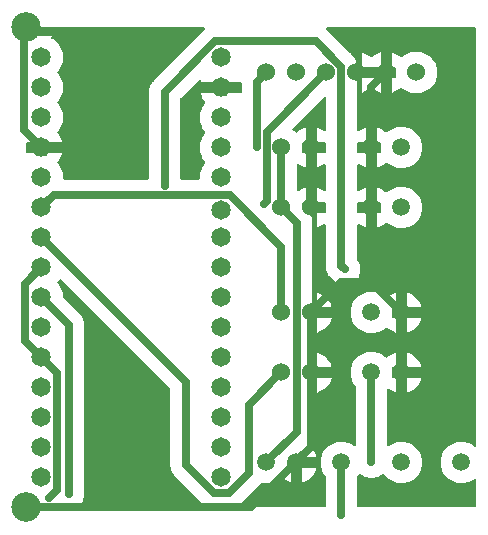
<source format=gtl>
G04 Layer: TopLayer*
G04 EasyEDA v6.5.23, 2023-09-08 23:17:12*
G04 de93c458165947d6a0ce1764d10cece9,10*
G04 Gerber Generator version 0.2*
G04 Scale: 100 percent, Rotated: No, Reflected: No *
G04 Dimensions in millimeters *
G04 leading zeros omitted , absolute positions ,4 integer and 5 decimal *
%FSLAX45Y45*%
%MOMM*%

%ADD10C,0.6350*%
%ADD11C,1.6510*%
%ADD12C,1.5000*%
%ADD13C,1.5240*%
%ADD14C,2.5000*%
%ADD15C,0.6100*%
%ADD16C,0.0192*%

%LPD*%
G36*
X446836Y-1414475D02*
G01*
X442823Y-1413662D01*
X439470Y-1411325D01*
X437337Y-1407820D01*
X436727Y-1403807D01*
X437032Y-1397000D01*
X436118Y-1378458D01*
X433324Y-1360170D01*
X428650Y-1342186D01*
X422198Y-1324813D01*
X414070Y-1308150D01*
X404215Y-1292453D01*
X392887Y-1277772D01*
X390093Y-1273759D01*
X389382Y-1270000D01*
X390093Y-1266240D01*
X392887Y-1262227D01*
X404215Y-1247546D01*
X414070Y-1231849D01*
X422198Y-1215186D01*
X428650Y-1197813D01*
X430530Y-1190599D01*
X301650Y-1190599D01*
X301650Y-1207719D01*
X300634Y-1212037D01*
X297891Y-1215593D01*
X293878Y-1217574D01*
X289407Y-1217625D01*
X281736Y-1216050D01*
X263296Y-1214170D01*
X244754Y-1214170D01*
X226263Y-1216050D01*
X218592Y-1217625D01*
X214121Y-1217574D01*
X210108Y-1215593D01*
X207365Y-1212037D01*
X206400Y-1207719D01*
X206400Y-1190599D01*
X137160Y-1190599D01*
X133248Y-1189837D01*
X129997Y-1187653D01*
X127762Y-1184351D01*
X127000Y-1180439D01*
X127000Y-1105509D01*
X127762Y-1101648D01*
X129997Y-1098346D01*
X133248Y-1096162D01*
X137160Y-1095349D01*
X206400Y-1095349D01*
X206400Y-1078280D01*
X207365Y-1073962D01*
X210108Y-1070406D01*
X214121Y-1068425D01*
X218592Y-1068324D01*
X226263Y-1069949D01*
X244754Y-1071829D01*
X263296Y-1071829D01*
X281736Y-1069949D01*
X289407Y-1068324D01*
X293878Y-1068425D01*
X297891Y-1070406D01*
X300634Y-1073962D01*
X301650Y-1078280D01*
X301650Y-1095349D01*
X430530Y-1095349D01*
X428650Y-1088186D01*
X422198Y-1070813D01*
X414070Y-1054150D01*
X404215Y-1038453D01*
X392887Y-1023772D01*
X390093Y-1019759D01*
X389382Y-1016000D01*
X390093Y-1012240D01*
X392887Y-1008227D01*
X404215Y-993546D01*
X414070Y-977849D01*
X422198Y-961186D01*
X428650Y-943813D01*
X433324Y-925830D01*
X436118Y-907491D01*
X437032Y-889000D01*
X436118Y-870458D01*
X433324Y-852169D01*
X428650Y-834186D01*
X422198Y-816813D01*
X414070Y-800150D01*
X404215Y-784453D01*
X392887Y-769772D01*
X390093Y-765759D01*
X389382Y-762000D01*
X390093Y-758240D01*
X392887Y-754227D01*
X404215Y-739546D01*
X414070Y-723849D01*
X422198Y-707186D01*
X428650Y-689813D01*
X433324Y-671830D01*
X436118Y-653491D01*
X437032Y-635000D01*
X436118Y-616458D01*
X433324Y-598170D01*
X428650Y-580186D01*
X422198Y-562813D01*
X414070Y-546150D01*
X404215Y-530453D01*
X392887Y-515772D01*
X390093Y-511759D01*
X389382Y-508000D01*
X390093Y-504240D01*
X392887Y-500227D01*
X404215Y-485546D01*
X414070Y-469849D01*
X422198Y-453186D01*
X428650Y-435813D01*
X433324Y-417830D01*
X436118Y-399491D01*
X437032Y-381000D01*
X436118Y-362458D01*
X433324Y-344170D01*
X428650Y-326186D01*
X422198Y-308813D01*
X414070Y-292150D01*
X404215Y-276453D01*
X392887Y-261772D01*
X380136Y-248310D01*
X366064Y-236270D01*
X350824Y-225653D01*
X341934Y-220725D01*
X339191Y-218490D01*
X337362Y-215493D01*
X336702Y-212090D01*
X337210Y-208584D01*
X341477Y-195834D01*
X195834Y-195834D01*
X195834Y-200304D01*
X195072Y-204165D01*
X192938Y-207467D01*
X189687Y-209651D01*
X173380Y-216662D01*
X157175Y-225653D01*
X142951Y-235559D01*
X138887Y-237236D01*
X134518Y-237032D01*
X130606Y-235000D01*
X127965Y-231495D01*
X127000Y-227228D01*
X127000Y-137160D01*
X127762Y-133248D01*
X129997Y-129997D01*
X133248Y-127762D01*
X137160Y-127000D01*
X1632407Y-127000D01*
X1636369Y-127812D01*
X1639671Y-130098D01*
X1641856Y-133502D01*
X1642567Y-137464D01*
X1641652Y-141376D01*
X1639265Y-144627D01*
X1631188Y-152044D01*
X1203909Y-579323D01*
X1195882Y-588111D01*
X1193647Y-590854D01*
X1186688Y-600456D01*
X1184808Y-603453D01*
X1179017Y-613765D01*
X1177493Y-616966D01*
X1172972Y-627888D01*
X1171803Y-631240D01*
X1168552Y-642620D01*
X1167790Y-646125D01*
X1165910Y-657809D01*
X1165555Y-661314D01*
X1165047Y-673201D01*
X1165047Y-1404315D01*
X1164234Y-1408226D01*
X1162050Y-1411478D01*
X1158748Y-1413713D01*
X1154887Y-1414475D01*
G37*

%LPD*%
G36*
X1439722Y-1414475D02*
G01*
X1435811Y-1413713D01*
X1432509Y-1411478D01*
X1430324Y-1408226D01*
X1429562Y-1404315D01*
X1429562Y-731977D01*
X1430324Y-728116D01*
X1432509Y-724814D01*
X1586128Y-571195D01*
X1589836Y-568807D01*
X1594205Y-568248D01*
X1598371Y-569518D01*
X1601622Y-572465D01*
X1603349Y-576529D01*
X1603146Y-580898D01*
X1601520Y-587349D01*
X1730400Y-587349D01*
X1730400Y-570280D01*
X1731365Y-565962D01*
X1734108Y-562406D01*
X1738122Y-560425D01*
X1742592Y-560324D01*
X1750263Y-561949D01*
X1768754Y-563829D01*
X1787296Y-563829D01*
X1805736Y-561949D01*
X1813407Y-560324D01*
X1817878Y-560425D01*
X1821891Y-562406D01*
X1824634Y-565962D01*
X1825650Y-570280D01*
X1825650Y-587349D01*
X1939747Y-587349D01*
X1943607Y-588162D01*
X1946910Y-590346D01*
X1949094Y-593648D01*
X1949907Y-597509D01*
X1949907Y-672439D01*
X1949094Y-676351D01*
X1946910Y-679653D01*
X1943607Y-681837D01*
X1939747Y-682599D01*
X1825650Y-682599D01*
X1825650Y-699719D01*
X1824634Y-704037D01*
X1821891Y-707593D01*
X1817878Y-709574D01*
X1813407Y-709625D01*
X1805736Y-708050D01*
X1787296Y-706170D01*
X1768754Y-706170D01*
X1750263Y-708050D01*
X1742592Y-709625D01*
X1738122Y-709574D01*
X1734108Y-707593D01*
X1731365Y-704037D01*
X1730400Y-699719D01*
X1730400Y-682599D01*
X1601520Y-682599D01*
X1603349Y-689813D01*
X1609801Y-707186D01*
X1617980Y-723849D01*
X1627784Y-739546D01*
X1639112Y-754227D01*
X1641906Y-758240D01*
X1642668Y-762000D01*
X1641906Y-765759D01*
X1639112Y-769772D01*
X1627784Y-784453D01*
X1617980Y-800150D01*
X1609801Y-816813D01*
X1603349Y-834186D01*
X1598726Y-852169D01*
X1595882Y-870458D01*
X1594967Y-889000D01*
X1595882Y-907491D01*
X1598726Y-925830D01*
X1603349Y-943813D01*
X1609801Y-961186D01*
X1617980Y-977849D01*
X1627784Y-993546D01*
X1639112Y-1008227D01*
X1641906Y-1012240D01*
X1642668Y-1016000D01*
X1641906Y-1019759D01*
X1639112Y-1023772D01*
X1627784Y-1038453D01*
X1617980Y-1054150D01*
X1609801Y-1070813D01*
X1603349Y-1088186D01*
X1598726Y-1106170D01*
X1595882Y-1124458D01*
X1594967Y-1143000D01*
X1595882Y-1161491D01*
X1598726Y-1179830D01*
X1603349Y-1197813D01*
X1609801Y-1215186D01*
X1617980Y-1231849D01*
X1627784Y-1247546D01*
X1639112Y-1262227D01*
X1641906Y-1266240D01*
X1642668Y-1270000D01*
X1641906Y-1273759D01*
X1639112Y-1277772D01*
X1627784Y-1292453D01*
X1617980Y-1308150D01*
X1609801Y-1324813D01*
X1603349Y-1342186D01*
X1598726Y-1360170D01*
X1595882Y-1378458D01*
X1594967Y-1397000D01*
X1595323Y-1403807D01*
X1594662Y-1407820D01*
X1592529Y-1411325D01*
X1589176Y-1413662D01*
X1585163Y-1414475D01*
G37*

%LPD*%
G36*
X1931720Y-4191000D02*
G01*
X1927656Y-4190136D01*
X1924253Y-4187748D01*
X1922119Y-4184192D01*
X1921560Y-4180078D01*
X1922729Y-4176115D01*
X1925370Y-4172915D01*
X1928825Y-4170121D01*
X1937613Y-4162094D01*
X2106472Y-3993184D01*
X2114194Y-3984802D01*
X2116886Y-3982720D01*
X2120087Y-3981653D01*
X2123490Y-3981653D01*
X2136495Y-3984040D01*
X2154478Y-3985412D01*
X2172563Y-3984955D01*
X2190445Y-3982669D01*
X2208072Y-3978503D01*
X2225141Y-3972560D01*
X2241499Y-3964889D01*
X2256993Y-3955592D01*
X2271420Y-3944772D01*
X2278989Y-3937762D01*
X2282291Y-3935729D01*
X2286152Y-3935069D01*
X2289962Y-3935933D01*
X2293823Y-3938778D01*
X2307691Y-3950360D01*
X2322677Y-3960469D01*
X2338628Y-3968953D01*
X2355342Y-3975760D01*
X2369159Y-3979773D01*
X2369159Y-3853840D01*
X2341372Y-3853840D01*
X2337003Y-3852875D01*
X2333498Y-3850081D01*
X2331516Y-3846068D01*
X2331466Y-3841597D01*
X2332431Y-3837025D01*
X2333599Y-3825697D01*
X2334514Y-3822344D01*
X2336495Y-3819550D01*
X2439517Y-3716528D01*
X2442819Y-3714343D01*
X2446680Y-3713581D01*
X2450592Y-3714343D01*
X2453894Y-3716528D01*
X2456078Y-3719829D01*
X2456840Y-3723741D01*
X2456840Y-3766159D01*
X2582875Y-3766159D01*
X2577236Y-3748074D01*
X2569972Y-3731514D01*
X2561082Y-3715816D01*
X2550617Y-3701084D01*
X2538679Y-3687521D01*
X2525420Y-3675227D01*
X2510993Y-3664407D01*
X2507284Y-3661410D01*
X2505608Y-3658158D01*
X2505151Y-3654551D01*
X2506014Y-3650945D01*
X2508097Y-3647948D01*
X2518054Y-3637229D01*
X2520289Y-3634486D01*
X2527249Y-3624884D01*
X2529128Y-3621887D01*
X2534920Y-3611575D01*
X2536444Y-3608374D01*
X2541016Y-3597452D01*
X2545384Y-3582720D01*
X2546146Y-3579215D01*
X2548026Y-3567531D01*
X2548382Y-3564026D01*
X2548940Y-3552139D01*
X2548940Y-1781860D01*
X2548382Y-1769973D01*
X2548026Y-1766468D01*
X2546146Y-1754784D01*
X2545384Y-1751279D01*
X2541016Y-1736547D01*
X2536444Y-1725625D01*
X2534920Y-1722424D01*
X2529128Y-1712112D01*
X2527249Y-1709115D01*
X2520289Y-1699514D01*
X2518054Y-1696770D01*
X2510028Y-1687982D01*
X2464917Y-1642872D01*
X2462784Y-1639773D01*
X2461920Y-1636166D01*
X2461768Y-1632813D01*
X2459482Y-1618284D01*
X2459736Y-1613916D01*
X2461818Y-1610106D01*
X2465273Y-1607464D01*
X2469540Y-1606550D01*
X2495550Y-1606550D01*
X2495550Y-1480159D01*
X2490622Y-1481328D01*
X2473452Y-1487322D01*
X2456942Y-1495044D01*
X2441346Y-1504391D01*
X2434539Y-1509522D01*
X2430475Y-1511350D01*
X2426004Y-1511249D01*
X2421991Y-1509268D01*
X2419248Y-1505762D01*
X2418283Y-1501394D01*
X2418283Y-1292606D01*
X2419248Y-1288237D01*
X2421991Y-1284732D01*
X2426004Y-1282750D01*
X2430475Y-1282649D01*
X2434539Y-1284478D01*
X2441346Y-1289608D01*
X2456942Y-1298956D01*
X2473452Y-1306677D01*
X2490622Y-1312672D01*
X2495550Y-1313789D01*
X2495550Y-1187450D01*
X2469540Y-1187450D01*
X2465273Y-1186535D01*
X2461818Y-1183894D01*
X2459736Y-1180084D01*
X2459482Y-1175715D01*
X2461768Y-1161186D01*
X2462682Y-1143000D01*
X2461768Y-1124813D01*
X2459482Y-1110284D01*
X2459736Y-1105916D01*
X2461818Y-1102106D01*
X2465273Y-1099464D01*
X2469540Y-1098550D01*
X2495550Y-1098550D01*
X2495550Y-972159D01*
X2490622Y-973328D01*
X2473452Y-979322D01*
X2456942Y-987044D01*
X2441346Y-996391D01*
X2426817Y-1007313D01*
X2420061Y-1013561D01*
X2417013Y-1015492D01*
X2413406Y-1016253D01*
X2409799Y-1015695D01*
X2406650Y-1013866D01*
X2392070Y-1001674D01*
X2383332Y-995832D01*
X2380284Y-992581D01*
X2378913Y-988364D01*
X2379472Y-983945D01*
X2381859Y-980186D01*
X2645257Y-716788D01*
X2648559Y-714603D01*
X2652420Y-713841D01*
X2656332Y-714603D01*
X2659634Y-716788D01*
X2661818Y-720090D01*
X2662580Y-724001D01*
X2662580Y-993749D01*
X2661666Y-998016D01*
X2659024Y-1001471D01*
X2655163Y-1003553D01*
X2650794Y-1003808D01*
X2646730Y-1002182D01*
X2630932Y-991514D01*
X2614879Y-982980D01*
X2598064Y-976121D01*
X2584450Y-972159D01*
X2584450Y-1098550D01*
X2652420Y-1098550D01*
X2656332Y-1099312D01*
X2659634Y-1101547D01*
X2661818Y-1104798D01*
X2662580Y-1108710D01*
X2662580Y-1177290D01*
X2661818Y-1181150D01*
X2659634Y-1184452D01*
X2656332Y-1186688D01*
X2652420Y-1187450D01*
X2584450Y-1187450D01*
X2584450Y-1313840D01*
X2598064Y-1309878D01*
X2614879Y-1303020D01*
X2630932Y-1294485D01*
X2646730Y-1283817D01*
X2650794Y-1282192D01*
X2655163Y-1282446D01*
X2659024Y-1284478D01*
X2661666Y-1287983D01*
X2662580Y-1292250D01*
X2662580Y-1501749D01*
X2661666Y-1506016D01*
X2659024Y-1509471D01*
X2655163Y-1511554D01*
X2650794Y-1511808D01*
X2646730Y-1510182D01*
X2630932Y-1499514D01*
X2614879Y-1490980D01*
X2598064Y-1484122D01*
X2584450Y-1480159D01*
X2584450Y-1606550D01*
X2652420Y-1606550D01*
X2656332Y-1607312D01*
X2659634Y-1609547D01*
X2661818Y-1612798D01*
X2662580Y-1616710D01*
X2662580Y-1685289D01*
X2661818Y-1689150D01*
X2659634Y-1692452D01*
X2656332Y-1694688D01*
X2652420Y-1695450D01*
X2584450Y-1695450D01*
X2584450Y-1821840D01*
X2598064Y-1817878D01*
X2614879Y-1811020D01*
X2630932Y-1802485D01*
X2646730Y-1791817D01*
X2650794Y-1790192D01*
X2655163Y-1790446D01*
X2659024Y-1792478D01*
X2661666Y-1795983D01*
X2662580Y-1800250D01*
X2662580Y-2146249D01*
X2663088Y-2158136D01*
X2663444Y-2161692D01*
X2665374Y-2173376D01*
X2666136Y-2176830D01*
X2669336Y-2188210D01*
X2670505Y-2191562D01*
X2675026Y-2202484D01*
X2676601Y-2205685D01*
X2682341Y-2216048D01*
X2684272Y-2219045D01*
X2691180Y-2228646D01*
X2693416Y-2231390D01*
X2701493Y-2240178D01*
X2728925Y-2267610D01*
X2740660Y-2278024D01*
X2753258Y-2286863D01*
X2766771Y-2294128D01*
X2781046Y-2299817D01*
X2795930Y-2303780D01*
X2811119Y-2306015D01*
X2826512Y-2306472D01*
X2841802Y-2305151D01*
X2856890Y-2302002D01*
X2871470Y-2297176D01*
X2885440Y-2290673D01*
X2898495Y-2282596D01*
X2910586Y-2273096D01*
X2921457Y-2262225D01*
X2930956Y-2250135D01*
X2939034Y-2237028D01*
X2945536Y-2223109D01*
X2950413Y-2208530D01*
X2953512Y-2193442D01*
X2954832Y-2178151D01*
X2954375Y-2162759D01*
X2952140Y-2147570D01*
X2948178Y-2132685D01*
X2942488Y-2118410D01*
X2935224Y-2104847D01*
X2928924Y-2095906D01*
X2927553Y-2093163D01*
X2927096Y-2090064D01*
X2927096Y-1799996D01*
X2928061Y-1795729D01*
X2930652Y-1792224D01*
X2934512Y-1790192D01*
X2938881Y-1789938D01*
X2942945Y-1791563D01*
X2957677Y-1801469D01*
X2973628Y-1809953D01*
X2990342Y-1816760D01*
X3004159Y-1820773D01*
X3004159Y-1694840D01*
X2937256Y-1694840D01*
X2933395Y-1694078D01*
X2930093Y-1691893D01*
X2927858Y-1688592D01*
X2927096Y-1684680D01*
X2927096Y-1617319D01*
X2927858Y-1613408D01*
X2930093Y-1610106D01*
X2933395Y-1607921D01*
X2937256Y-1607159D01*
X3004159Y-1607159D01*
X3004159Y-1481226D01*
X2990342Y-1485239D01*
X2973628Y-1492046D01*
X2957677Y-1500530D01*
X2942945Y-1510436D01*
X2938881Y-1512062D01*
X2934512Y-1511808D01*
X2930652Y-1509776D01*
X2928061Y-1506270D01*
X2927096Y-1502003D01*
X2927096Y-1291996D01*
X2928061Y-1287729D01*
X2930652Y-1284224D01*
X2934512Y-1282192D01*
X2938881Y-1281938D01*
X2942945Y-1283563D01*
X2957677Y-1293469D01*
X2973628Y-1301953D01*
X2990342Y-1308760D01*
X3004159Y-1312773D01*
X3004159Y-1186840D01*
X2937256Y-1186840D01*
X2933395Y-1186078D01*
X2930093Y-1183894D01*
X2927858Y-1180592D01*
X2927096Y-1176680D01*
X2927096Y-1109319D01*
X2927858Y-1105408D01*
X2930093Y-1102106D01*
X2933395Y-1099921D01*
X2937256Y-1099159D01*
X3004159Y-1099159D01*
X3004159Y-973226D01*
X2990342Y-977239D01*
X2973628Y-984046D01*
X2957677Y-992530D01*
X2942945Y-1002436D01*
X2938881Y-1004062D01*
X2934512Y-1003808D01*
X2930652Y-1001776D01*
X2928061Y-998270D01*
X2927096Y-994003D01*
X2927096Y-461365D01*
X2926588Y-449478D01*
X2926232Y-445922D01*
X2924352Y-434238D01*
X2923590Y-430784D01*
X2920339Y-419404D01*
X2919171Y-416051D01*
X2914650Y-405130D01*
X2913075Y-401929D01*
X2907334Y-391566D01*
X2905404Y-388569D01*
X2898495Y-378968D01*
X2896260Y-376224D01*
X2888183Y-367436D01*
X2879547Y-358800D01*
X2877312Y-355498D01*
X2876550Y-351586D01*
X2876550Y-337159D01*
X2871622Y-338328D01*
X2868320Y-339496D01*
X2864612Y-340055D01*
X2860954Y-339191D01*
X2857804Y-337058D01*
X2672791Y-152044D01*
X2664714Y-144627D01*
X2662326Y-141376D01*
X2661412Y-137464D01*
X2662123Y-133502D01*
X2664307Y-130098D01*
X2667609Y-127812D01*
X2671572Y-127000D01*
X3926840Y-127000D01*
X3930700Y-127762D01*
X3934002Y-129997D01*
X3936237Y-133248D01*
X3937000Y-137160D01*
X3937000Y-3665829D01*
X3936034Y-3670198D01*
X3933240Y-3673703D01*
X3929278Y-3675684D01*
X3924808Y-3675786D01*
X3920744Y-3673957D01*
X3907942Y-3664407D01*
X3892499Y-3655110D01*
X3876090Y-3647440D01*
X3859022Y-3641496D01*
X3841445Y-3637330D01*
X3823563Y-3635044D01*
X3805478Y-3634536D01*
X3787444Y-3635959D01*
X3769664Y-3639210D01*
X3752342Y-3644239D01*
X3735578Y-3651046D01*
X3719677Y-3659530D01*
X3704640Y-3669639D01*
X3690772Y-3681222D01*
X3678174Y-3694125D01*
X3666947Y-3708298D01*
X3657244Y-3723538D01*
X3649167Y-3739692D01*
X3642817Y-3756609D01*
X3638194Y-3774084D01*
X3635451Y-3791965D01*
X3634486Y-3810000D01*
X3635451Y-3828034D01*
X3638194Y-3845915D01*
X3642817Y-3863340D01*
X3649167Y-3880256D01*
X3657244Y-3896410D01*
X3666947Y-3911701D01*
X3678174Y-3925824D01*
X3690772Y-3938778D01*
X3704640Y-3950360D01*
X3719677Y-3960469D01*
X3735578Y-3968953D01*
X3752342Y-3975760D01*
X3769664Y-3980789D01*
X3787444Y-3984040D01*
X3805478Y-3985412D01*
X3823563Y-3984955D01*
X3841445Y-3982618D01*
X3859022Y-3978503D01*
X3876090Y-3972560D01*
X3892499Y-3964889D01*
X3907942Y-3955592D01*
X3920744Y-3945991D01*
X3924808Y-3944162D01*
X3929278Y-3944264D01*
X3933240Y-3946296D01*
X3936034Y-3949801D01*
X3937000Y-3954119D01*
X3937000Y-4180840D01*
X3936237Y-4184700D01*
X3934002Y-4188002D01*
X3930700Y-4190237D01*
X3926840Y-4191000D01*
X2936443Y-4191000D01*
X2932531Y-4190237D01*
X2929229Y-4188002D01*
X2927045Y-4184700D01*
X2926283Y-4180840D01*
X2926283Y-3928821D01*
X2926892Y-3925214D01*
X2928772Y-3922115D01*
X2931617Y-3918915D01*
X2940608Y-3906265D01*
X2943910Y-3903268D01*
X2948178Y-3901998D01*
X2952597Y-3902659D01*
X2956306Y-3905148D01*
X2957271Y-3906164D01*
X2969056Y-3916070D01*
X2981909Y-3924503D01*
X2995625Y-3931412D01*
X3010103Y-3936695D01*
X3025038Y-3940251D01*
X3040329Y-3942029D01*
X3055670Y-3942029D01*
X3070961Y-3940251D01*
X3085947Y-3936695D01*
X3100374Y-3931412D01*
X3114141Y-3924503D01*
X3126994Y-3916070D01*
X3142742Y-3902913D01*
X3146298Y-3901948D01*
X3149955Y-3902303D01*
X3153257Y-3903929D01*
X3155746Y-3906621D01*
X3158947Y-3911701D01*
X3170174Y-3925824D01*
X3182772Y-3938778D01*
X3196640Y-3950360D01*
X3211677Y-3960469D01*
X3227578Y-3968953D01*
X3244342Y-3975760D01*
X3261664Y-3980789D01*
X3279444Y-3984040D01*
X3297478Y-3985412D01*
X3315563Y-3984955D01*
X3333445Y-3982618D01*
X3351022Y-3978503D01*
X3368090Y-3972560D01*
X3384499Y-3964889D01*
X3399942Y-3955592D01*
X3414420Y-3944772D01*
X3427679Y-3932478D01*
X3439617Y-3918915D01*
X3450082Y-3904183D01*
X3458972Y-3888435D01*
X3466185Y-3871874D01*
X3471722Y-3854704D01*
X3475380Y-3836974D01*
X3477260Y-3819042D01*
X3477260Y-3800957D01*
X3475380Y-3782974D01*
X3471722Y-3765296D01*
X3466185Y-3748074D01*
X3458972Y-3731514D01*
X3450082Y-3715816D01*
X3439617Y-3701084D01*
X3427679Y-3687521D01*
X3414420Y-3675227D01*
X3399942Y-3664407D01*
X3384499Y-3655110D01*
X3368090Y-3647440D01*
X3351022Y-3641496D01*
X3333445Y-3637330D01*
X3315563Y-3635044D01*
X3297478Y-3634536D01*
X3279444Y-3635959D01*
X3261664Y-3639210D01*
X3244342Y-3644239D01*
X3227578Y-3651046D01*
X3211677Y-3659530D01*
X3196082Y-3670046D01*
X3192068Y-3671620D01*
X3187700Y-3671366D01*
X3183839Y-3669334D01*
X3181197Y-3665880D01*
X3180283Y-3661613D01*
X3180283Y-3196386D01*
X3181197Y-3192119D01*
X3183839Y-3188665D01*
X3187700Y-3186582D01*
X3192068Y-3186379D01*
X3196082Y-3187954D01*
X3211677Y-3198469D01*
X3227578Y-3206953D01*
X3244342Y-3213760D01*
X3258159Y-3217773D01*
X3258159Y-3091840D01*
X3230372Y-3091840D01*
X3226003Y-3090875D01*
X3222498Y-3088081D01*
X3220516Y-3084068D01*
X3220466Y-3079597D01*
X3221380Y-3075025D01*
X3223260Y-3057042D01*
X3223260Y-3038957D01*
X3221380Y-3020974D01*
X3220466Y-3016402D01*
X3220516Y-3011932D01*
X3222498Y-3007918D01*
X3226003Y-3005124D01*
X3230372Y-3004159D01*
X3258159Y-3004159D01*
X3258159Y-2878226D01*
X3244342Y-2882239D01*
X3227578Y-2889046D01*
X3211677Y-2897530D01*
X3196640Y-2907639D01*
X3182772Y-2919222D01*
X3178962Y-2922066D01*
X3175152Y-2922930D01*
X3171291Y-2922270D01*
X3167989Y-2920238D01*
X3160420Y-2913227D01*
X3145993Y-2902407D01*
X3130499Y-2893110D01*
X3114090Y-2885440D01*
X3097072Y-2879496D01*
X3079445Y-2875330D01*
X3061563Y-2873044D01*
X3043478Y-2872536D01*
X3025444Y-2873959D01*
X3007715Y-2877210D01*
X2990342Y-2882239D01*
X2973628Y-2889046D01*
X2957677Y-2897530D01*
X2942640Y-2907639D01*
X2928772Y-2919222D01*
X2916174Y-2932125D01*
X2904947Y-2946298D01*
X2895295Y-2961538D01*
X2887167Y-2977692D01*
X2880817Y-2994609D01*
X2876194Y-3012084D01*
X2873451Y-3029966D01*
X2872486Y-3048000D01*
X2873451Y-3066034D01*
X2876194Y-3083915D01*
X2880817Y-3101390D01*
X2887167Y-3118256D01*
X2895295Y-3134410D01*
X2904947Y-3149701D01*
X2913532Y-3160522D01*
X2915158Y-3163519D01*
X2915767Y-3166821D01*
X2915767Y-3661918D01*
X2914751Y-3666236D01*
X2912008Y-3669792D01*
X2908046Y-3671773D01*
X2903575Y-3671874D01*
X2899511Y-3670046D01*
X2891993Y-3664407D01*
X2876499Y-3655110D01*
X2860090Y-3647440D01*
X2843072Y-3641496D01*
X2825445Y-3637330D01*
X2807563Y-3635044D01*
X2789478Y-3634536D01*
X2771444Y-3635959D01*
X2753715Y-3639210D01*
X2736342Y-3644239D01*
X2719628Y-3651046D01*
X2703677Y-3659530D01*
X2688640Y-3669639D01*
X2674772Y-3681222D01*
X2662174Y-3694125D01*
X2650947Y-3708298D01*
X2641295Y-3723538D01*
X2633167Y-3739692D01*
X2626817Y-3756609D01*
X2622194Y-3774084D01*
X2619451Y-3791965D01*
X2618486Y-3810000D01*
X2619451Y-3828034D01*
X2622194Y-3845915D01*
X2626817Y-3863340D01*
X2633167Y-3880256D01*
X2641295Y-3896410D01*
X2650947Y-3911701D01*
X2659532Y-3922522D01*
X2661158Y-3925519D01*
X2661767Y-3928821D01*
X2661767Y-4180840D01*
X2660954Y-4184700D01*
X2658770Y-4188002D01*
X2655468Y-4190237D01*
X2651607Y-4191000D01*
G37*

%LPC*%
G36*
X2584450Y-3218840D02*
G01*
X2598064Y-3214878D01*
X2614879Y-3208020D01*
X2630982Y-3199485D01*
X2646070Y-3189325D01*
X2660040Y-3177692D01*
X2672740Y-3164636D01*
X2684018Y-3150362D01*
X2693771Y-3135020D01*
X2701899Y-3118764D01*
X2708300Y-3101746D01*
X2710789Y-3092450D01*
X2584450Y-3092450D01*
G37*
G36*
X3345840Y-3217722D02*
G01*
X3351022Y-3216503D01*
X3368090Y-3210560D01*
X3384499Y-3202889D01*
X3399942Y-3193592D01*
X3414420Y-3182772D01*
X3427679Y-3170478D01*
X3439617Y-3156915D01*
X3450082Y-3142183D01*
X3458972Y-3126435D01*
X3466185Y-3109925D01*
X3471875Y-3091840D01*
X3345840Y-3091840D01*
G37*
G36*
X3345840Y-3004159D02*
G01*
X3471875Y-3004159D01*
X3466185Y-2986074D01*
X3458972Y-2969514D01*
X3450082Y-2953816D01*
X3439617Y-2939084D01*
X3427679Y-2925521D01*
X3414420Y-2913227D01*
X3399942Y-2902407D01*
X3384499Y-2893110D01*
X3368090Y-2885440D01*
X3351022Y-2879496D01*
X3345840Y-2878277D01*
G37*
G36*
X2584450Y-3003550D02*
G01*
X2710789Y-3003550D01*
X2708300Y-2994253D01*
X2701899Y-2977235D01*
X2693771Y-2960979D01*
X2684018Y-2945638D01*
X2672740Y-2931363D01*
X2660040Y-2918307D01*
X2646070Y-2906674D01*
X2630982Y-2896514D01*
X2614879Y-2887980D01*
X2598064Y-2881122D01*
X2584450Y-2877159D01*
G37*
G36*
X3043478Y-2715412D02*
G01*
X3061563Y-2714955D01*
X3079445Y-2712669D01*
X3097072Y-2708503D01*
X3114090Y-2702560D01*
X3130499Y-2694889D01*
X3145993Y-2685592D01*
X3160420Y-2674772D01*
X3167989Y-2667762D01*
X3171291Y-2665730D01*
X3175152Y-2665069D01*
X3178962Y-2665933D01*
X3182772Y-2668778D01*
X3196640Y-2680360D01*
X3211677Y-2690469D01*
X3227578Y-2698953D01*
X3244342Y-2705760D01*
X3258159Y-2709773D01*
X3258159Y-2583840D01*
X3230372Y-2583840D01*
X3226003Y-2582875D01*
X3222498Y-2580081D01*
X3220516Y-2576068D01*
X3220466Y-2571597D01*
X3221380Y-2567025D01*
X3223260Y-2549042D01*
X3223260Y-2530957D01*
X3221380Y-2512974D01*
X3220466Y-2508402D01*
X3220516Y-2503932D01*
X3222498Y-2499918D01*
X3226003Y-2497124D01*
X3230372Y-2496159D01*
X3258159Y-2496159D01*
X3258159Y-2370226D01*
X3244342Y-2374239D01*
X3227578Y-2381046D01*
X3211677Y-2389530D01*
X3196640Y-2399639D01*
X3182772Y-2411222D01*
X3178962Y-2414066D01*
X3175152Y-2414930D01*
X3171291Y-2414270D01*
X3167989Y-2412238D01*
X3160420Y-2405227D01*
X3145993Y-2394407D01*
X3130499Y-2385110D01*
X3114090Y-2377440D01*
X3097072Y-2371496D01*
X3079445Y-2367330D01*
X3061563Y-2365044D01*
X3043478Y-2364536D01*
X3025444Y-2365959D01*
X3007715Y-2369210D01*
X2990342Y-2374239D01*
X2973628Y-2381046D01*
X2957677Y-2389530D01*
X2942640Y-2399639D01*
X2928772Y-2411222D01*
X2916174Y-2424125D01*
X2904947Y-2438298D01*
X2895295Y-2453538D01*
X2887167Y-2469692D01*
X2880817Y-2486609D01*
X2876194Y-2504084D01*
X2873451Y-2521966D01*
X2872486Y-2540000D01*
X2873451Y-2558034D01*
X2876194Y-2575915D01*
X2880817Y-2593390D01*
X2887167Y-2610256D01*
X2895295Y-2626410D01*
X2904947Y-2641701D01*
X2916174Y-2655824D01*
X2928772Y-2668778D01*
X2942640Y-2680360D01*
X2957677Y-2690469D01*
X2973628Y-2698953D01*
X2990342Y-2705760D01*
X3007715Y-2710789D01*
X3025444Y-2714040D01*
G37*
G36*
X2584450Y-2710840D02*
G01*
X2598064Y-2706878D01*
X2614879Y-2700020D01*
X2630982Y-2691485D01*
X2646070Y-2681325D01*
X2660040Y-2669692D01*
X2672740Y-2656636D01*
X2684018Y-2642362D01*
X2693771Y-2627020D01*
X2701899Y-2610764D01*
X2708300Y-2593746D01*
X2710789Y-2584450D01*
X2584450Y-2584450D01*
G37*
G36*
X3345840Y-2709722D02*
G01*
X3351022Y-2708503D01*
X3368090Y-2702560D01*
X3384499Y-2694889D01*
X3399942Y-2685592D01*
X3414420Y-2674772D01*
X3427679Y-2662478D01*
X3439617Y-2648915D01*
X3450082Y-2634183D01*
X3458972Y-2618435D01*
X3466185Y-2601925D01*
X3471875Y-2583840D01*
X3345840Y-2583840D01*
G37*
G36*
X2965450Y-463550D02*
G01*
X3130550Y-463550D01*
X3130550Y-337159D01*
X3125622Y-338328D01*
X3108452Y-344322D01*
X3091942Y-352044D01*
X3076346Y-361391D01*
X3061817Y-372313D01*
X3055061Y-378561D01*
X3052013Y-380492D01*
X3048406Y-381254D01*
X3044799Y-380695D01*
X3041650Y-378866D01*
X3027070Y-366674D01*
X3011982Y-356514D01*
X2995930Y-347980D01*
X2979064Y-341122D01*
X2965450Y-337159D01*
G37*
G36*
X2584450Y-2495550D02*
G01*
X2710789Y-2495550D01*
X2708300Y-2486253D01*
X2701899Y-2469235D01*
X2693771Y-2452979D01*
X2684018Y-2437638D01*
X2672740Y-2423363D01*
X2660040Y-2410307D01*
X2646070Y-2398674D01*
X2630982Y-2388514D01*
X2614879Y-2379980D01*
X2598064Y-2373122D01*
X2584450Y-2369159D01*
G37*
G36*
X3297478Y-1826412D02*
G01*
X3315563Y-1825955D01*
X3333445Y-1823669D01*
X3351072Y-1819503D01*
X3368090Y-1813560D01*
X3384499Y-1805889D01*
X3399993Y-1796592D01*
X3414420Y-1785772D01*
X3427679Y-1773478D01*
X3439617Y-1759915D01*
X3450082Y-1745183D01*
X3458972Y-1729435D01*
X3466236Y-1712925D01*
X3471722Y-1695704D01*
X3475380Y-1678025D01*
X3477260Y-1660042D01*
X3477260Y-1641957D01*
X3475380Y-1623974D01*
X3471722Y-1606296D01*
X3466236Y-1589074D01*
X3458972Y-1572514D01*
X3450082Y-1556816D01*
X3439617Y-1542084D01*
X3427679Y-1528521D01*
X3414420Y-1516227D01*
X3399993Y-1505407D01*
X3384499Y-1496110D01*
X3368090Y-1488440D01*
X3351072Y-1482496D01*
X3333445Y-1478330D01*
X3315563Y-1476044D01*
X3297478Y-1475536D01*
X3279444Y-1476959D01*
X3261715Y-1480210D01*
X3244342Y-1485239D01*
X3227628Y-1492046D01*
X3211677Y-1500530D01*
X3196640Y-1510639D01*
X3182772Y-1522222D01*
X3178962Y-1525066D01*
X3175152Y-1525930D01*
X3171291Y-1525270D01*
X3167989Y-1523238D01*
X3160420Y-1516227D01*
X3145993Y-1505407D01*
X3130499Y-1496110D01*
X3114090Y-1488440D01*
X3097072Y-1482496D01*
X3091840Y-1481277D01*
X3091840Y-1607159D01*
X3119577Y-1607159D01*
X3123844Y-1608074D01*
X3127298Y-1610715D01*
X3129381Y-1614525D01*
X3129635Y-1618894D01*
X3127451Y-1632966D01*
X3126486Y-1651000D01*
X3127451Y-1669034D01*
X3129635Y-1683105D01*
X3129381Y-1687474D01*
X3127298Y-1691284D01*
X3123844Y-1693925D01*
X3119577Y-1694840D01*
X3091840Y-1694840D01*
X3091840Y-1820722D01*
X3097072Y-1819503D01*
X3114090Y-1813560D01*
X3130499Y-1805889D01*
X3145993Y-1796592D01*
X3160420Y-1785772D01*
X3167989Y-1778762D01*
X3171291Y-1776730D01*
X3175152Y-1776069D01*
X3178962Y-1776933D01*
X3182772Y-1779778D01*
X3196640Y-1791360D01*
X3211677Y-1801469D01*
X3227628Y-1809953D01*
X3244342Y-1816760D01*
X3261715Y-1821789D01*
X3279444Y-1825040D01*
G37*
G36*
X2456840Y-3979722D02*
G01*
X2462072Y-3978503D01*
X2479141Y-3972560D01*
X2495499Y-3964889D01*
X2510993Y-3955592D01*
X2525420Y-3944772D01*
X2538679Y-3932478D01*
X2550617Y-3918915D01*
X2561082Y-3904183D01*
X2569972Y-3888435D01*
X2577236Y-3871925D01*
X2582875Y-3853840D01*
X2456840Y-3853840D01*
G37*
G36*
X2965450Y-678840D02*
G01*
X2979064Y-674878D01*
X2995930Y-668020D01*
X3011982Y-659485D01*
X3027070Y-649325D01*
X3041650Y-637082D01*
X3044799Y-635304D01*
X3048406Y-634746D01*
X3052013Y-635457D01*
X3055061Y-637438D01*
X3061817Y-643686D01*
X3076346Y-654608D01*
X3091942Y-663956D01*
X3108452Y-671677D01*
X3125622Y-677672D01*
X3130550Y-678789D01*
X3130550Y-552450D01*
X2965450Y-552450D01*
G37*
G36*
X3433572Y-684631D02*
G01*
X3451707Y-683209D01*
X3469589Y-679958D01*
X3487064Y-674878D01*
X3503879Y-668020D01*
X3519982Y-659485D01*
X3535070Y-649325D01*
X3549040Y-637692D01*
X3561740Y-624636D01*
X3573018Y-610362D01*
X3582771Y-595020D01*
X3590899Y-578764D01*
X3597300Y-561746D01*
X3601974Y-544118D01*
X3604768Y-526186D01*
X3605682Y-508000D01*
X3604768Y-489813D01*
X3601974Y-471830D01*
X3597300Y-454253D01*
X3590899Y-437235D01*
X3582771Y-420979D01*
X3573018Y-405638D01*
X3561740Y-391363D01*
X3549040Y-378307D01*
X3535070Y-366674D01*
X3519982Y-356514D01*
X3503879Y-347980D01*
X3487064Y-341122D01*
X3469589Y-336042D01*
X3451707Y-332740D01*
X3433572Y-331368D01*
X3415385Y-331825D01*
X3397300Y-334162D01*
X3379622Y-338328D01*
X3362451Y-344322D01*
X3345942Y-352044D01*
X3330346Y-361391D01*
X3315817Y-372313D01*
X3309061Y-378561D01*
X3306013Y-380492D01*
X3302406Y-381254D01*
X3298799Y-380695D01*
X3295650Y-378866D01*
X3281070Y-366674D01*
X3265982Y-356514D01*
X3249879Y-347980D01*
X3233064Y-341122D01*
X3219450Y-337159D01*
X3219450Y-463550D01*
X3245510Y-463550D01*
X3249879Y-464515D01*
X3253384Y-467309D01*
X3255365Y-471322D01*
X3255467Y-475792D01*
X3254400Y-480822D01*
X3252520Y-498906D01*
X3252520Y-517093D01*
X3254400Y-535178D01*
X3255467Y-540207D01*
X3255365Y-544677D01*
X3253384Y-548690D01*
X3249879Y-551434D01*
X3245510Y-552450D01*
X3219450Y-552450D01*
X3219450Y-678840D01*
X3233064Y-674878D01*
X3249879Y-668020D01*
X3265982Y-659485D01*
X3281070Y-649325D01*
X3295650Y-637082D01*
X3298799Y-635304D01*
X3302406Y-634746D01*
X3306013Y-635457D01*
X3309061Y-637438D01*
X3315817Y-643686D01*
X3330346Y-654608D01*
X3345942Y-663956D01*
X3362451Y-671677D01*
X3379622Y-677672D01*
X3397300Y-681837D01*
X3415385Y-684174D01*
G37*
G36*
X3297478Y-1318412D02*
G01*
X3315563Y-1317955D01*
X3333445Y-1315669D01*
X3351072Y-1311503D01*
X3368090Y-1305560D01*
X3384499Y-1297889D01*
X3399993Y-1288592D01*
X3414420Y-1277772D01*
X3427679Y-1265478D01*
X3439617Y-1251915D01*
X3450082Y-1237183D01*
X3458972Y-1221435D01*
X3466236Y-1204925D01*
X3471722Y-1187704D01*
X3475380Y-1170025D01*
X3477260Y-1152042D01*
X3477260Y-1133957D01*
X3475380Y-1115974D01*
X3471722Y-1098296D01*
X3466236Y-1081074D01*
X3458972Y-1064514D01*
X3450082Y-1048816D01*
X3439617Y-1034084D01*
X3427679Y-1020521D01*
X3414420Y-1008227D01*
X3399993Y-997407D01*
X3384499Y-988110D01*
X3368090Y-980440D01*
X3351072Y-974496D01*
X3333445Y-970330D01*
X3315563Y-968044D01*
X3297478Y-967536D01*
X3279444Y-968959D01*
X3261715Y-972210D01*
X3244342Y-977239D01*
X3227628Y-984046D01*
X3211677Y-992530D01*
X3196640Y-1002639D01*
X3182772Y-1014221D01*
X3178962Y-1017066D01*
X3175152Y-1017930D01*
X3171291Y-1017269D01*
X3167989Y-1015237D01*
X3160420Y-1008227D01*
X3145993Y-997407D01*
X3130499Y-988110D01*
X3114090Y-980440D01*
X3097072Y-974496D01*
X3091840Y-973277D01*
X3091840Y-1099159D01*
X3119577Y-1099159D01*
X3123844Y-1100074D01*
X3127298Y-1102715D01*
X3129381Y-1106525D01*
X3129635Y-1110894D01*
X3127451Y-1124966D01*
X3126486Y-1143000D01*
X3127451Y-1161034D01*
X3129635Y-1175105D01*
X3129381Y-1179474D01*
X3127298Y-1183284D01*
X3123844Y-1185926D01*
X3119577Y-1186840D01*
X3091840Y-1186840D01*
X3091840Y-1312722D01*
X3097072Y-1311503D01*
X3114090Y-1305560D01*
X3130499Y-1297889D01*
X3145993Y-1288592D01*
X3160420Y-1277772D01*
X3167989Y-1270762D01*
X3171291Y-1268730D01*
X3175152Y-1268069D01*
X3178962Y-1268933D01*
X3182772Y-1271778D01*
X3196640Y-1283360D01*
X3211677Y-1293469D01*
X3227628Y-1301953D01*
X3244342Y-1308760D01*
X3261715Y-1313789D01*
X3279444Y-1317040D01*
G37*
G36*
X3345840Y-2496159D02*
G01*
X3471875Y-2496159D01*
X3466185Y-2478074D01*
X3458972Y-2461514D01*
X3450082Y-2445816D01*
X3439617Y-2431084D01*
X3427679Y-2417521D01*
X3414420Y-2405227D01*
X3399942Y-2394407D01*
X3384499Y-2385110D01*
X3368090Y-2377440D01*
X3351022Y-2371496D01*
X3345840Y-2370277D01*
G37*

%LPD*%
G36*
X137160Y-4191000D02*
G01*
X133248Y-4190237D01*
X129997Y-4188002D01*
X127762Y-4184700D01*
X127000Y-4180840D01*
X127000Y-4090771D01*
X127965Y-4086504D01*
X130606Y-4082999D01*
X134518Y-4080967D01*
X138887Y-4080764D01*
X142951Y-4082440D01*
X157175Y-4092346D01*
X173380Y-4101337D01*
X179832Y-4104081D01*
X183134Y-4106367D01*
X185318Y-4109770D01*
X185978Y-4113733D01*
X185928Y-4115968D01*
X187248Y-4131310D01*
X190398Y-4146346D01*
X195224Y-4160977D01*
X202082Y-4175506D01*
X203504Y-4179519D01*
X203149Y-4183786D01*
X201066Y-4187545D01*
X197612Y-4190085D01*
X193446Y-4191000D01*
G37*

%LPD*%
G36*
X580847Y-4191000D02*
G01*
X576834Y-4190136D01*
X573481Y-4187799D01*
X571296Y-4184294D01*
X570687Y-4180230D01*
X571754Y-4176268D01*
X574294Y-4173067D01*
X576834Y-4170934D01*
X587349Y-4159758D01*
X596544Y-4147413D01*
X604215Y-4134104D01*
X610311Y-4119981D01*
X614730Y-4105249D01*
X617423Y-4090111D01*
X618337Y-4074464D01*
X618337Y-2645257D01*
X617778Y-2633370D01*
X617423Y-2629865D01*
X615543Y-2618181D01*
X614781Y-2614676D01*
X610412Y-2599944D01*
X605840Y-2589022D01*
X604316Y-2585821D01*
X598525Y-2575509D01*
X596646Y-2572512D01*
X589686Y-2562910D01*
X587451Y-2560167D01*
X579424Y-2551379D01*
X439623Y-2411577D01*
X437489Y-2408478D01*
X436626Y-2404872D01*
X436118Y-2394458D01*
X433324Y-2376170D01*
X428650Y-2358186D01*
X422198Y-2340813D01*
X414070Y-2324150D01*
X404215Y-2308453D01*
X392887Y-2293772D01*
X390093Y-2289759D01*
X389382Y-2286000D01*
X390093Y-2282240D01*
X392887Y-2278227D01*
X404215Y-2263546D01*
X405638Y-2261311D01*
X408076Y-2258618D01*
X411327Y-2256942D01*
X414934Y-2256536D01*
X418490Y-2257399D01*
X421436Y-2259482D01*
X1343355Y-3181350D01*
X1345539Y-3184652D01*
X1346301Y-3188563D01*
X1346301Y-3828897D01*
X1346809Y-3840784D01*
X1347165Y-3844290D01*
X1349095Y-3855974D01*
X1349857Y-3859479D01*
X1353058Y-3870858D01*
X1354226Y-3874211D01*
X1358747Y-3885133D01*
X1360322Y-3888333D01*
X1366062Y-3898646D01*
X1367993Y-3901643D01*
X1374902Y-3911244D01*
X1377137Y-3913987D01*
X1385214Y-3922776D01*
X1624533Y-4162094D01*
X1633270Y-4170121D01*
X1636776Y-4172915D01*
X1639366Y-4176115D01*
X1640535Y-4180078D01*
X1639976Y-4184192D01*
X1637842Y-4187748D01*
X1634439Y-4190136D01*
X1630375Y-4191000D01*
G37*

%LPD*%
D10*
X254005Y-2413000D02*
G01*
X486059Y-2645054D01*
X486059Y-4074769D01*
X1297284Y-1467865D02*
G01*
X1297284Y-672998D01*
X1724868Y-245414D01*
X2579121Y-245414D01*
X2794843Y-461137D01*
X2794843Y-2146477D01*
X2822656Y-2174290D01*
X3048005Y-3048000D02*
G01*
X3048005Y-3810000D01*
X2794005Y-3810000D02*
G01*
X2794005Y-4254931D01*
X318114Y-4112132D02*
G01*
X383697Y-4046550D01*
X383697Y-3050692D01*
X254005Y-2921000D01*
X254005Y-2921000D02*
G01*
X112044Y-2779039D01*
X112044Y-2300960D01*
X254005Y-2159000D01*
X254005Y-1905000D02*
G01*
X1478564Y-3129559D01*
X1478564Y-3829100D01*
X1718188Y-4068724D01*
X1843918Y-4068724D01*
X2013132Y-3899509D01*
X2013132Y-3320872D01*
X2286005Y-3048000D01*
X254005Y-1651000D02*
G01*
X358272Y-1546732D01*
X1847321Y-1546732D01*
X2286005Y-1985416D01*
X2286005Y-2540000D01*
X254005Y-1143000D02*
G01*
X110037Y-999032D01*
X110037Y-143967D01*
X127005Y-127000D01*
X127005Y-4191000D02*
G01*
X2032005Y-4191000D01*
X2413005Y-3810000D01*
X2413005Y-3810000D02*
G01*
X2540005Y-3683000D01*
X2540005Y-3048000D01*
X3302005Y-3048000D02*
G01*
X3302005Y-2540000D01*
X2540005Y-3048000D02*
G01*
X2540005Y-2540000D01*
X2540005Y-2540000D02*
G01*
X2794005Y-2286000D01*
X3048005Y-2286000D01*
X3302005Y-2540000D02*
G01*
X3048005Y-2286000D01*
X3048005Y-2286000D02*
G01*
X3048005Y-1651000D01*
X2540005Y-1651000D02*
G01*
X2540005Y-1143000D01*
X3048005Y-1651000D02*
G01*
X3048005Y-1143000D01*
X3048005Y-1143000D02*
G01*
X3048005Y-635000D01*
X3175005Y-508000D01*
X2136119Y-1625066D02*
G01*
X2161011Y-1600174D01*
X2161011Y-1013993D01*
X2667005Y-508000D01*
X2159005Y-3810000D02*
G01*
X2416662Y-3552342D01*
X2416662Y-1781657D01*
X2286005Y-1651000D01*
X2286005Y-1143000D02*
G01*
X2286005Y-1651000D01*
X2159005Y-508000D02*
G01*
X2082144Y-584860D01*
X2082144Y-1143000D01*
D11*
G01*
X254005Y-381000D03*
G01*
X254005Y-635000D03*
G01*
X254005Y-889000D03*
G01*
X254005Y-1143000D03*
G01*
X254005Y-1397000D03*
G01*
X254005Y-1651000D03*
G01*
X254005Y-1905000D03*
G01*
X254005Y-2159000D03*
G01*
X254005Y-2413000D03*
G01*
X254005Y-2667000D03*
G01*
X254005Y-2921000D03*
G01*
X254005Y-3175000D03*
G01*
X254005Y-3429000D03*
G01*
X254005Y-3683000D03*
G01*
X254005Y-3937000D03*
G01*
X1778005Y-3937000D03*
G01*
X1778005Y-3683000D03*
G01*
X1778005Y-3429000D03*
G01*
X1778005Y-3175000D03*
G01*
X1778005Y-2921000D03*
G01*
X1778005Y-2667000D03*
G01*
X1778005Y-2413000D03*
G01*
X1778005Y-2159000D03*
G01*
X1778005Y-1905000D03*
G01*
X1778005Y-1676400D03*
G01*
X1778005Y-1397000D03*
G01*
X1778005Y-1143000D03*
G01*
X1778005Y-889000D03*
G01*
X1778005Y-635000D03*
G01*
X1778005Y-381000D03*
D12*
G01*
X3048005Y-1651000D03*
G01*
X3302005Y-1651000D03*
G01*
X3048005Y-1143000D03*
G01*
X3302005Y-1143000D03*
D13*
G01*
X2159005Y-508000D03*
G01*
X2413005Y-508000D03*
G01*
X2667005Y-508000D03*
G01*
X2921005Y-508000D03*
G01*
X3175005Y-508000D03*
G01*
X3429005Y-508000D03*
G01*
X2540005Y-1143000D03*
G01*
X2286005Y-1651000D03*
G01*
X2540005Y-1651000D03*
G01*
X2286005Y-1143000D03*
G01*
X2286005Y-2540000D03*
G01*
X2540005Y-3048000D03*
G01*
X2286005Y-3048000D03*
G01*
X2540005Y-2540000D03*
D12*
G01*
X3048005Y-3048000D03*
G01*
X3302005Y-3048000D03*
G01*
X3048005Y-2540000D03*
G01*
X3302005Y-2540000D03*
G01*
X2159005Y-3810000D03*
G01*
X2413005Y-3810000D03*
G01*
X2794005Y-3810000D03*
G01*
X3302005Y-3810000D03*
G01*
X3810005Y-3810000D03*
D14*
G01*
X127000Y-4190992D03*
G01*
X127000Y-127000D03*
D15*
G01*
X2082144Y-1143000D03*
G01*
X2136119Y-1625066D03*
G01*
X2794005Y-4254931D03*
G01*
X318114Y-4112132D03*
G01*
X3048005Y-3810000D03*
G01*
X2822656Y-2174290D03*
G01*
X1297284Y-1467865D03*
G01*
X486059Y-4074769D03*
M02*

</source>
